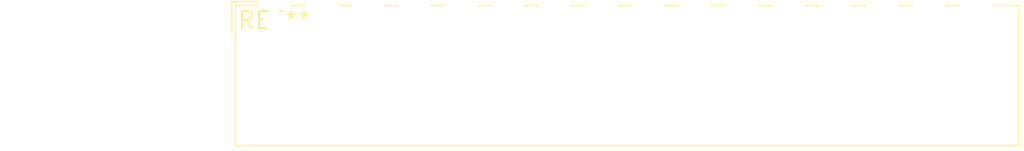
<source format=kicad_pcb>
(kicad_pcb (version 20240108) (generator pcbnew)
  (layers (0 "F.Cu" signal) (31 "B.Cu" signal) (34 "B.Paste" user) (35 "F.Paste" user) (36 "B.SilkS" user "B.Silkscreen") (37 "F.SilkS" user "F.Silkscreen") (38 "B.Mask" user) (39 "F.Mask" user) (44 "Edge.Cuts" user))
  (net 0 "")
  (footprint "Wago_734-176_1x16_P3.50mm_Horizontal" (layer "F.Cu") (at 0 0)
    (property "Reference" "REF**")
    (property "Value" "Wago_734-176_1x16_P3.50mm_Horizontal")
    (fp_line (start -3.21 -1.41) (end -1.26 -1.41) (layer "F.SilkS") (stroke (width 0.12)))
    (fp_line (start -3.21 1) (end -3.21 -1.41) (layer "F.SilkS") (stroke (width 0.12)))
    (fp_line (start -2.91 -1.11) (end -2.91 9.41) (layer "F.SilkS") (stroke (width 0.12)))
    (fp_line (start -2.91 9.41) (end 55.71 9.41) (layer "F.SilkS") (stroke (width 0.12)))
    (fp_line (start -1.26 -1.11) (end -2.91 -1.11) (layer "F.SilkS") (stroke (width 0.12)))
    (fp_line (start 1.26 -1.11) (end 2.24 -1.11) (layer "F.SilkS") (stroke (width 0.12)))
    (fp_line (start 4.76 -1.11) (end 5.74 -1.11) (layer "F.SilkS") (stroke (width 0.12)))
    (fp_line (start 8.26 -1.11) (end 9.24 -1.11) (layer "F.SilkS") (stroke (width 0.12)))
    (fp_line (start 11.76 -1.11) (end 12.74 -1.11) (layer "F.SilkS") (stroke (width 0.12)))
    (fp_line (start 15.26 -1.11) (end 16.24 -1.11) (layer "F.SilkS") (stroke (width 0.12)))
    (fp_line (start 18.76 -1.11) (end 19.74 -1.11) (layer "F.SilkS") (stroke (width 0.12)))
    (fp_line (start 22.26 -1.11) (end 23.24 -1.11) (layer "F.SilkS") (stroke (width 0.12)))
    (fp_line (start 25.76 -1.11) (end 26.74 -1.11) (layer "F.SilkS") (stroke (width 0.12)))
    (fp_line (start 29.26 -1.11) (end 30.24 -1.11) (layer "F.SilkS") (stroke (width 0.12)))
    (fp_line (start 32.76 -1.11) (end 33.74 -1.11) (layer "F.SilkS") (stroke (width 0.12)))
    (fp_line (start 36.26 -1.11) (end 37.24 -1.11) (layer "F.SilkS") (stroke (width 0.12)))
    (fp_line (start 39.76 -1.11) (end 40.74 -1.11) (layer "F.SilkS") (stroke (width 0.12)))
    (fp_line (start 43.26 -1.11) (end 44.24 -1.11) (layer "F.SilkS") (stroke (width 0.12)))
    (fp_line (start 46.76 -1.11) (end 47.74 -1.11) (layer "F.SilkS") (stroke (width 0.12)))
    (fp_line (start 50.26 -1.11) (end 51.24 -1.11) (layer "F.SilkS") (stroke (width 0.12)))
    (fp_line (start 55.71 -1.11) (end 53.76 -1.11) (layer "F.SilkS") (stroke (width 0.12)))
    (fp_line (start 55.71 9.41) (end 55.71 -1.11) (layer "F.SilkS") (stroke (width 0.12)))
    (pad "1" thru_hole roundrect (at 0 0) (size 2 2.6) (drill 1.6) (layers *.Cu *.Mask) (remove_unused_layers) (roundrect_rratio 0.125))
    (pad "2" thru_hole oval (at 3.5 0) (size 2 2.6) (drill 1.6) (layers *.Cu *.Mask) (remove_unused_layers))
    (pad "3" thru_hole oval (at 7 0) (size 2 2.6) (drill 1.6) (layers *.Cu *.Mask) (remove_unused_layers))
    (pad "4" thru_hole oval (at 10.5 0) (size 2 2.6) (drill 1.6) (layers *.Cu *.Mask) (remove_unused_layers))
    (pad "5" thru_hole oval (at 14 0) (size 2 2.6) (drill 1.6) (layers *.Cu *.Mask) (remove_unused_layers))
    (pad "6" thru_hole oval (at 17.5 0) (size 2 2.6) (drill 1.6) (layers *.Cu *.Mask) (remove_unused_layers))
    (pad "7" thru_hole oval (at 21 0) (size 2 2.6) (drill 1.6) (layers *.Cu *.Mask) (remove_unused_layers))
    (pad "8" thru_hole oval (at 24.5 0) (size 2 2.6) (drill 1.6) (layers *.Cu *.Mask) (remove_unused_layers))
    (pad "9" thru_hole oval (at 28 0) (size 2 2.6) (drill 1.6) (layers *.Cu *.Mask) (remove_unused_layers))
    (pad "10" thru_hole oval (at 31.5 0) (size 2 2.6) (drill 1.6) (layers *.Cu *.Mask) (remove_unused_layers))
    (pad "11" thru_hole oval (at 35 0) (size 2 2.6) (drill 1.6) (layers *.Cu *.Mask) (remove_unused_layers))
    (pad "12" thru_hole oval (at 38.5 0) (size 2 2.6) (drill 1.6) (layers *.Cu *.Mask) (remove_unused_layers))
    (pad "13" thru_hole oval (at 42 0) (size 2 2.6) (drill 1.6) (layers *.Cu *.Mask) (remove_unused_layers))
    (pad "14" thru_hole oval (at 45.5 0) (size 2 2.6) (drill 1.6) (layers *.Cu *.Mask) (remove_unused_layers))
    (pad "15" thru_hole oval (at 49 0) (size 2 2.6) (drill 1.6) (layers *.Cu *.Mask) (remove_unused_layers))
    (pad "16" thru_hole oval (at 52.5 0) (size 2 2.6) (drill 1.6) (layers *.Cu *.Mask) (remove_unused_layers))
  )
)
</source>
